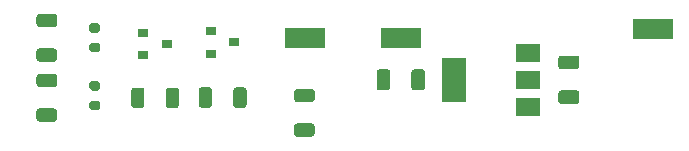
<source format=gbr>
%TF.GenerationSoftware,KiCad,Pcbnew,(5.1.9-0-10_14)*%
%TF.CreationDate,2022-04-24T23:49:05-07:00*%
%TF.ProjectId,PROTO_PCB_2022,50524f54-4f5f-4504-9342-5f323032322e,rev?*%
%TF.SameCoordinates,Original*%
%TF.FileFunction,Paste,Top*%
%TF.FilePolarity,Positive*%
%FSLAX46Y46*%
G04 Gerber Fmt 4.6, Leading zero omitted, Abs format (unit mm)*
G04 Created by KiCad (PCBNEW (5.1.9-0-10_14)) date 2022-04-24 23:49:05*
%MOMM*%
%LPD*%
G01*
G04 APERTURE LIST*
%ADD10R,3.400000X1.800000*%
%ADD11R,0.900000X0.800000*%
%ADD12R,2.000000X1.500000*%
%ADD13R,2.000000X3.800000*%
G04 APERTURE END LIST*
%TO.C,D2*%
G36*
G01*
X86593000Y-95421000D02*
X87143000Y-95421000D01*
G75*
G02*
X87343000Y-95621000I0J-200000D01*
G01*
X87343000Y-96021000D01*
G75*
G02*
X87143000Y-96221000I-200000J0D01*
G01*
X86593000Y-96221000D01*
G75*
G02*
X86393000Y-96021000I0J200000D01*
G01*
X86393000Y-95621000D01*
G75*
G02*
X86593000Y-95421000I200000J0D01*
G01*
G37*
G36*
G01*
X86593000Y-93771000D02*
X87143000Y-93771000D01*
G75*
G02*
X87343000Y-93971000I0J-200000D01*
G01*
X87343000Y-94371000D01*
G75*
G02*
X87143000Y-94571000I-200000J0D01*
G01*
X86593000Y-94571000D01*
G75*
G02*
X86393000Y-94371000I0J200000D01*
G01*
X86393000Y-93971000D01*
G75*
G02*
X86593000Y-93771000I200000J0D01*
G01*
G37*
%TD*%
D10*
%TO.C,TP3*%
X104648000Y-94996000D03*
%TD*%
%TO.C,TP2*%
X112776000Y-94996000D03*
%TD*%
%TO.C,TP1*%
X134112000Y-94234000D03*
%TD*%
%TO.C,R5*%
G36*
G01*
X92871500Y-100701001D02*
X92871500Y-99450999D01*
G75*
G02*
X93121499Y-99201000I249999J0D01*
G01*
X93746501Y-99201000D01*
G75*
G02*
X93996500Y-99450999I0J-249999D01*
G01*
X93996500Y-100701001D01*
G75*
G02*
X93746501Y-100951000I-249999J0D01*
G01*
X93121499Y-100951000D01*
G75*
G02*
X92871500Y-100701001I0J249999D01*
G01*
G37*
G36*
G01*
X89946500Y-100701001D02*
X89946500Y-99450999D01*
G75*
G02*
X90196499Y-99201000I249999J0D01*
G01*
X90821501Y-99201000D01*
G75*
G02*
X91071500Y-99450999I0J-249999D01*
G01*
X91071500Y-100701001D01*
G75*
G02*
X90821501Y-100951000I-249999J0D01*
G01*
X90196499Y-100951000D01*
G75*
G02*
X89946500Y-100701001I0J249999D01*
G01*
G37*
%TD*%
%TO.C,R4*%
G36*
G01*
X82178999Y-95896000D02*
X83429001Y-95896000D01*
G75*
G02*
X83679000Y-96145999I0J-249999D01*
G01*
X83679000Y-96771001D01*
G75*
G02*
X83429001Y-97021000I-249999J0D01*
G01*
X82178999Y-97021000D01*
G75*
G02*
X81929000Y-96771001I0J249999D01*
G01*
X81929000Y-96145999D01*
G75*
G02*
X82178999Y-95896000I249999J0D01*
G01*
G37*
G36*
G01*
X82178999Y-92971000D02*
X83429001Y-92971000D01*
G75*
G02*
X83679000Y-93220999I0J-249999D01*
G01*
X83679000Y-93846001D01*
G75*
G02*
X83429001Y-94096000I-249999J0D01*
G01*
X82178999Y-94096000D01*
G75*
G02*
X81929000Y-93846001I0J249999D01*
G01*
X81929000Y-93220999D01*
G75*
G02*
X82178999Y-92971000I249999J0D01*
G01*
G37*
%TD*%
%TO.C,R3*%
G36*
G01*
X105235401Y-100446000D02*
X103985399Y-100446000D01*
G75*
G02*
X103735400Y-100196001I0J249999D01*
G01*
X103735400Y-99570999D01*
G75*
G02*
X103985399Y-99321000I249999J0D01*
G01*
X105235401Y-99321000D01*
G75*
G02*
X105485400Y-99570999I0J-249999D01*
G01*
X105485400Y-100196001D01*
G75*
G02*
X105235401Y-100446000I-249999J0D01*
G01*
G37*
G36*
G01*
X105235401Y-103371000D02*
X103985399Y-103371000D01*
G75*
G02*
X103735400Y-103121001I0J249999D01*
G01*
X103735400Y-102495999D01*
G75*
G02*
X103985399Y-102246000I249999J0D01*
G01*
X105235401Y-102246000D01*
G75*
G02*
X105485400Y-102495999I0J-249999D01*
G01*
X105485400Y-103121001D01*
G75*
G02*
X105235401Y-103371000I-249999J0D01*
G01*
G37*
%TD*%
%TO.C,R2*%
G36*
G01*
X98586500Y-100680000D02*
X98586500Y-99429998D01*
G75*
G02*
X98836499Y-99179999I249999J0D01*
G01*
X99461501Y-99179999D01*
G75*
G02*
X99711500Y-99429998I0J-249999D01*
G01*
X99711500Y-100680000D01*
G75*
G02*
X99461501Y-100929999I-249999J0D01*
G01*
X98836499Y-100929999D01*
G75*
G02*
X98586500Y-100680000I0J249999D01*
G01*
G37*
G36*
G01*
X95661500Y-100680000D02*
X95661500Y-99429998D01*
G75*
G02*
X95911499Y-99179999I249999J0D01*
G01*
X96536501Y-99179999D01*
G75*
G02*
X96786500Y-99429998I0J-249999D01*
G01*
X96786500Y-100680000D01*
G75*
G02*
X96536501Y-100929999I-249999J0D01*
G01*
X95911499Y-100929999D01*
G75*
G02*
X95661500Y-100680000I0J249999D01*
G01*
G37*
%TD*%
%TO.C,R1*%
G36*
G01*
X82178999Y-100976000D02*
X83429001Y-100976000D01*
G75*
G02*
X83679000Y-101225999I0J-249999D01*
G01*
X83679000Y-101851001D01*
G75*
G02*
X83429001Y-102101000I-249999J0D01*
G01*
X82178999Y-102101000D01*
G75*
G02*
X81929000Y-101851001I0J249999D01*
G01*
X81929000Y-101225999D01*
G75*
G02*
X82178999Y-100976000I249999J0D01*
G01*
G37*
G36*
G01*
X82178999Y-98051000D02*
X83429001Y-98051000D01*
G75*
G02*
X83679000Y-98300999I0J-249999D01*
G01*
X83679000Y-98926001D01*
G75*
G02*
X83429001Y-99176000I-249999J0D01*
G01*
X82178999Y-99176000D01*
G75*
G02*
X81929000Y-98926001I0J249999D01*
G01*
X81929000Y-98300999D01*
G75*
G02*
X82178999Y-98051000I249999J0D01*
G01*
G37*
%TD*%
D11*
%TO.C,Q2*%
X92948000Y-95504000D03*
X90948000Y-96454000D03*
X90948000Y-94554000D03*
%TD*%
%TO.C,D1*%
G36*
G01*
X86593000Y-100310000D02*
X87143000Y-100310000D01*
G75*
G02*
X87343000Y-100510000I0J-200000D01*
G01*
X87343000Y-100910000D01*
G75*
G02*
X87143000Y-101110000I-200000J0D01*
G01*
X86593000Y-101110000D01*
G75*
G02*
X86393000Y-100910000I0J200000D01*
G01*
X86393000Y-100510000D01*
G75*
G02*
X86593000Y-100310000I200000J0D01*
G01*
G37*
G36*
G01*
X86593000Y-98660000D02*
X87143000Y-98660000D01*
G75*
G02*
X87343000Y-98860000I0J-200000D01*
G01*
X87343000Y-99260000D01*
G75*
G02*
X87143000Y-99460000I-200000J0D01*
G01*
X86593000Y-99460000D01*
G75*
G02*
X86393000Y-99260000I0J200000D01*
G01*
X86393000Y-98860000D01*
G75*
G02*
X86593000Y-98660000I200000J0D01*
G01*
G37*
%TD*%
%TO.C,C2*%
G36*
G01*
X111876000Y-97901999D02*
X111876000Y-99202001D01*
G75*
G02*
X111626001Y-99452000I-249999J0D01*
G01*
X110975999Y-99452000D01*
G75*
G02*
X110726000Y-99202001I0J249999D01*
G01*
X110726000Y-97901999D01*
G75*
G02*
X110975999Y-97652000I249999J0D01*
G01*
X111626001Y-97652000D01*
G75*
G02*
X111876000Y-97901999I0J-249999D01*
G01*
G37*
G36*
G01*
X114826000Y-97901999D02*
X114826000Y-99202001D01*
G75*
G02*
X114576001Y-99452000I-249999J0D01*
G01*
X113925999Y-99452000D01*
G75*
G02*
X113676000Y-99202001I0J249999D01*
G01*
X113676000Y-97901999D01*
G75*
G02*
X113925999Y-97652000I249999J0D01*
G01*
X114576001Y-97652000D01*
G75*
G02*
X114826000Y-97901999I0J-249999D01*
G01*
G37*
%TD*%
%TO.C,C1*%
G36*
G01*
X126349999Y-99452000D02*
X127650001Y-99452000D01*
G75*
G02*
X127900000Y-99701999I0J-249999D01*
G01*
X127900000Y-100352001D01*
G75*
G02*
X127650001Y-100602000I-249999J0D01*
G01*
X126349999Y-100602000D01*
G75*
G02*
X126100000Y-100352001I0J249999D01*
G01*
X126100000Y-99701999D01*
G75*
G02*
X126349999Y-99452000I249999J0D01*
G01*
G37*
G36*
G01*
X126349999Y-96502000D02*
X127650001Y-96502000D01*
G75*
G02*
X127900000Y-96751999I0J-249999D01*
G01*
X127900000Y-97402001D01*
G75*
G02*
X127650001Y-97652000I-249999J0D01*
G01*
X126349999Y-97652000D01*
G75*
G02*
X126100000Y-97402001I0J249999D01*
G01*
X126100000Y-96751999D01*
G75*
G02*
X126349999Y-96502000I249999J0D01*
G01*
G37*
%TD*%
D12*
%TO.C,U1*%
X123546000Y-100852000D03*
X123546000Y-96252000D03*
X123546000Y-98552000D03*
D13*
X117246000Y-98552000D03*
%TD*%
D11*
%TO.C,Q1*%
X98686500Y-95377000D03*
X96686500Y-96327000D03*
X96686500Y-94427000D03*
%TD*%
M02*

</source>
